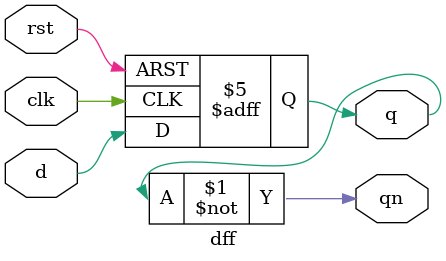
<source format=v>

module dff(input d, input clk, input rst, output reg q, output qn);
  
  initial q <= 0;
  assign qn = ~q;

  always @ ( posedge clk or posedge rst ) begin
    if(rst == 1) 
      q <= 0;
    else 
      q <= d;
    
  end

endmodule


</source>
